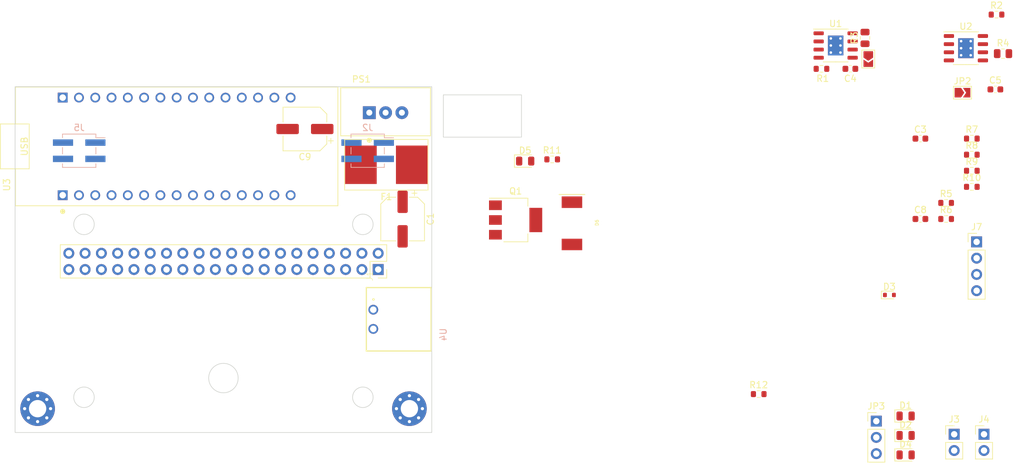
<source format=kicad_pcb>
(kicad_pcb (version 20221018) (generator pcbnew)
  (layers (0 "F.Cu" signal) (31 "B.Cu" signal) (34 "B.Paste" user) (35 "F.Paste" user) (36 "B.SilkS" user "B.Silkscreen") (37 "F.SilkS" user "F.Silkscreen") (38 "B.Mask" user) (39 "F.Mask" user) (44 "Edge.Cuts" user))
  (net 0 "")
  (net 1 "VCC")
  (net 2 "GND")
  (net 3 "+5V")
  (net 4 "Net-(D1-K)")
  (net 5 "Net-(D2-K)")
  (net 6 "/BATT")
  (net 7 "Net-(D4-K)")
  (net 8 "/STM_STATUS")
  (net 9 "Net-(J3-Pin_1)")
  (net 10 "Net-(J3-Pin_2)")
  (net 11 "Net-(J4-Pin_1)")
  (net 12 "Net-(J4-Pin_2)")
  (net 13 "/LEDS")
  (net 14 "/~{RST}")
  (net 15 "/LEDS_RPI")
  (net 16 "/TRIGGER")
  (net 17 "/ECHO")
  (net 18 "Net-(JP1-A)")
  (net 19 "Net-(JP2-A)")
  (net 20 "/LEDS_STM")
  (net 21 "/PROP_LIM")
  (net 22 "/DIR_LIM")
  (net 23 "+3.3V")
  (net 24 "/PROP_IN2")
  (net 25 "/PROP_IN1")
  (net 26 "/DIR_IN2")
  (net 27 "/DIR_IN1")
  (net 64 "Net-(D5-K)")
  (net 65 "/RASPY_STATUS")
  (net 66 "/RX_RASPY")
  (net 67 "/TX_RASPY")
  (net 68 "Net-(J1-Pin_1)")
  (net 69 "Net-(D6-A)")
  (net 70 "/PWR_BTN")
  (net 71 "Net-(J5-Pin_1)")
  (net 72 "Net-(J5-Pin_2)")
  (footprint "ComponentsEvo:DO-214AB" (layer "F.Cu") (at 112.268 46.736 -90)
    (fp_text reference "D6" (at -0.1 -3.9 90) (layer "F.SilkS") (effects (font (size 0.5 0.5) (thickness 0.1))))
    (fp_text value "D" hide)
    (fp_line (start -4.5 -2) (end -4.5 2) (stroke (width 0.15)) (layer "F.SilkS"))
    (pad "1" smd rect (at -3.3 0 270) (size 1.8 3.2) (layers "F.Cu" "F.Paste" "F.Mask") (net 1 "VCC"))
    (pad "2" smd rect (at 3.3 0 270) (size 1.8 3.2) (layers "F.Cu" "F.Paste" "F.Mask") (net 69 "Net-(D6-A)"))
  )
  (footprint "LED_SMD:LED_0805_2012Metric" (layer "F.Cu") (at 164.317 76.82)
    (fp_text reference "D1" (at 0 -1.65) (layer "F.SilkS"))
    (fp_text value "RED")
    (fp_line (start -1.685 -0.96) (end -1.685 0.96) (stroke (width 0.12)) (layer "F.SilkS"))
    (fp_line (start -1.685 0.96) (end 1 0.96) (stroke (width 0.12)) (layer "F.SilkS"))
    (fp_line (start 1 -0.96) (end -1.685 -0.96) (stroke (width 0.12)) (layer "F.SilkS"))
    (pad "1" smd roundrect (at -0.9375 0) (size 0.975 1.4) (layers "F.Cu" "F.Paste" "F.Mask") (net 4 "Net-(D1-K)"))
    (pad "2" smd roundrect (at 0.9375 0) (size 0.975 1.4) (layers "F.Cu" "F.Paste" "F.Mask") (net 1 "VCC"))
  )
  (footprint "Diode_SMD:D_SOD-523" (layer "F.Cu") (at 161.792 57.925)
    (fp_text reference "D3" (at 0 -1.3) (layer "F.SilkS"))
    (fp_text value "3.3V")
    (fp_line (start -1.26 -0.6) (end -1.26 0.6) (stroke (width 0.12)) (layer "F.SilkS"))
    (fp_line (start 0.7 -0.6) (end -1.26 -0.6) (stroke (width 0.12)) (layer "F.SilkS"))
    (fp_line (start 0.7 0.6) (end -1.26 0.6) (stroke (width 0.12)) (layer "F.SilkS"))
    (pad "1" smd roundrect (at -0.7 0 180) (size 0.6 0.7) (layers "F.Cu" "F.Paste" "F.Mask") (net 6 "/BATT"))
    (pad "2" smd roundrect (at 0.7 0 180) (size 0.6 0.7) (layers "F.Cu" "F.Paste" "F.Mask") (net 2 "GND"))
  )
  (footprint "Resistor_SMD:R_0603_1608Metric" (layer "F.Cu") (at 174.647 38.525)
    (fp_text reference "R9" (at 0 -1.43) (layer "F.SilkS"))
    (fp_text value "10k")
    (fp_line (start -0.237258 -0.5225) (end 0.237258 -0.5225) (stroke (width 0.12)) (layer "F.SilkS"))
    (fp_line (start -0.237258 0.5225) (end 0.237258 0.5225) (stroke (width 0.12)) (layer "F.SilkS"))
    (pad "1" smd roundrect (at -0.825 0) (size 0.8 0.95) (layers "F.Cu" "F.Paste" "F.Mask") (net 23 "+3.3V"))
    (pad "2" smd roundrect (at 0.825 0) (size 0.8 0.95) (layers "F.Cu" "F.Paste" "F.Mask") (net 14 "/~{RST}"))
  )
  (footprint "Connector_PinHeader_2.54mm:PinHeader_1x03_P2.54mm_Vertical" (layer "F.Cu") (at 159.747 77.625)
    (fp_text reference "JP3" (at 0 -2.33) (layer "F.SilkS"))
    (fp_text value "Jumper_3_Bridged12")
    (fp_line (start -1.33 -1.33) (end 0 -1.33) (stroke (width 0.12)) (layer "F.SilkS"))
    (fp_line (start -1.33 0) (end -1.33 -1.33) (stroke (width 0.12)) (layer "F.SilkS"))
    (fp_line (start -1.33 1.27) (end -1.33 6.41) (stroke (width 0.12)) (layer "F.SilkS"))
    (fp_line (start -1.33 1.27) (end 1.33 1.27) (stroke (width 0.12)) (layer "F.SilkS"))
    (fp_line (start -1.33 6.41) (end 1.33 6.41) (stroke (width 0.12)) (layer "F.SilkS"))
    (fp_line (start 1.33 1.27) (end 1.33 6.41) (stroke (width 0.12)) (layer "F.SilkS"))
    (pad "1" thru_hole rect (at 0 0) (size 1.7 1.7) (drill 1) (layers "*.Cu" "*.Mask") (net 20 "/LEDS_STM"))
    (pad "2" thru_hole oval (at 0 2.54) (size 1.7 1.7) (drill 1) (layers "*.Cu" "*.Mask") (net 13 "/LEDS"))
    (pad "3" thru_hole oval (at 0 5.08) (size 1.7 1.7) (drill 1) (layers "*.Cu" "*.Mask") (net 15 "/LEDS_RPI"))
  )
  (footprint "Resistor_SMD:R_0603_1608Metric" (layer "F.Cu") (at 141.4 73.402)
    (fp_text reference "R12" (at 0 -1.43) (layer "F.SilkS"))
    (fp_text value "10k")
    (fp_line (start -0.237258 -0.5225) (end 0.237258 -0.5225) (stroke (width 0.12)) (layer "F.SilkS"))
    (fp_line (start -0.237258 0.5225) (end 0.237258 0.5225) (stroke (width 0.12)) (layer "F.SilkS"))
    (pad "1" smd roundrect (at -0.825 0) (size 0.8 0.95) (layers "F.Cu" "F.Paste" "F.Mask") (net 1 "VCC"))
    (pad "2" smd roundrect (at 0.825 0) (size 0.8 0.95) (layers "F.Cu" "F.Paste" "F.Mask") (net 70 "/PWR_BTN"))
  )
  (footprint "Resistor_SMD:R_0805_2012Metric" (layer "F.Cu") (at 157.988 17.78 90)
    (fp_text reference "R3" (at 0 -1.65 90) (layer "F.SilkS"))
    (fp_text value "R")
    (fp_line (start -0.227064 -0.735) (end 0.227064 -0.735) (stroke (width 0.12)) (layer "F.SilkS"))
    (fp_line (start -0.227064 0.735) (end 0.227064 0.735) (stroke (width 0.12)) (layer "F.SilkS"))
    (pad "1" smd roundrect (at -0.9125 0 90) (size 1.025 1.4) (layers "F.Cu" "F.Paste" "F.Mask") (roundrect_rratio 0.243902) (net 18 "Net-(JP1-A)"))
    (pad "2" smd roundrect (at 0.9125 0 90) (size 1.025 1.4) (layers "F.Cu" "F.Paste" "F.Mask") (roundrect_rratio 0.243902) (net 2 "GND"))
  )
  (footprint "Capacitor_SMD:C_0603_1608Metric" (layer "F.Cu") (at 166.627 33.505)
    (fp_text reference "C3" (at 0 -1.43) (layer "F.SilkS"))
    (fp_text value "100nF")
    (fp_line (start -0.14058 -0.51) (end 0.14058 -0.51) (stroke (width 0.12)) (layer "F.SilkS"))
    (fp_line (start -0.14058 0.51) (end 0.14058 0.51) (stroke (width 0.12)) (layer "F.SilkS"))
    (pad "1" smd roundrect (at -0.775 0) (size 0.9 0.95) (layers "F.Cu" "F.Paste" "F.Mask") (net 1 "VCC"))
    (pad "2" smd roundrect (at 0.775 0) (size 0.9 0.95) (layers "F.Cu" "F.Paste" "F.Mask") (net 2 "GND"))
  )
  (footprint "Resistor_SMD:R_0805_2012Metric" (layer "F.Cu") (at 179.515 20.234)
    (fp_text reference "R4" (at 0 -1.65) (layer "F.SilkS"))
    (fp_text value "R")
    (fp_line (start -0.227064 -0.735) (end 0.227064 -0.735) (stroke (width 0.12)) (layer "F.SilkS"))
    (fp_line (start -0.227064 0.735) (end 0.227064 0.735) (stroke (width 0.12)) (layer "F.SilkS"))
    (pad "1" smd roundrect (at -0.9125 0) (size 1.025 1.4) (layers "F.Cu" "F.Paste" "F.Mask") (roundrect_rratio 0.243902) (net 19 "Net-(JP2-A)"))
    (pad "2" smd roundrect (at 0.9125 0) (size 1.025 1.4) (layers "F.Cu" "F.Paste" "F.Mask") (roundrect_rratio 0.243902) (net 2 "GND"))
  )
  (footprint "LED_SMD:LED_0805_2012Metric" (layer "F.Cu") (at 164.317 82.9)
    (fp_text reference "D4" (at 0 -1.65) (layer "F.SilkS"))
    (fp_text value "GREEN")
    (fp_line (start -1.685 -0.96) (end -1.685 0.96) (stroke (width 0.12)) (layer "F.SilkS"))
    (fp_line (start -1.685 0.96) (end 1 0.96) (stroke (width 0.12)) (layer "F.SilkS"))
    (fp_line (start 1 -0.96) (end -1.685 -0.96) (stroke (width 0.12)) (layer "F.SilkS"))
    (pad "1" smd roundrect (at -0.9375 0) (size 0.975 1.4) (layers "F.Cu" "F.Paste" "F.Mask") (net 7 "Net-(D4-K)"))
    (pad "2" smd roundrect (at 0.9375 0) (size 0.975 1.4) (layers "F.Cu" "F.Paste" "F.Mask") (net 8 "/STM_STATUS"))
  )
  (footprint "Resistor_SMD:R_0603_1608Metric" (layer "F.Cu") (at 174.647 33.505)
    (fp_text reference "R7" (at 0 -1.43) (layer "F.SilkS"))
    (fp_text value "1k")
    (fp_line (start -0.237258 -0.5225) (end 0.237258 -0.5225) (stroke (width 0.12)) (layer "F.SilkS"))
    (fp_line (start -0.237258 0.5225) (end 0.237258 0.5225) (stroke (width 0.12)) (layer "F.SilkS"))
    (pad "1" smd roundrect (at -0.825 0) (size 0.8 0.95) (layers "F.Cu" "F.Paste" "F.Mask") (net 1 "VCC"))
    (pad "2" smd roundrect (at 0.825 0) (size 0.8 0.95) (layers "F.Cu" "F.Paste" "F.Mask") (net 6 "/BATT"))
  )
  (footprint "Jumper:SolderJumper-2_P1.3mm_Open_TrianglePad1.0x1.5mm" (layer "F.Cu") (at 173.191 26.33)
    (fp_text reference "JP2" (at 0 -1.8) (layer "F.SilkS"))
    (fp_text value "Jumper_2_Open" hide)
    (fp_line (start -1.4 -1) (end 1.4 -1) (stroke (width 0.12)) (layer "F.SilkS"))
    (fp_line (start -1.4 1) (end -1.4 -1) (stroke (width 0.12)) (layer "F.SilkS"))
    (fp_line (start 1.4 -1) (end 1.4 1) (stroke (width 0.12)) (layer "F.SilkS"))
    (fp_line (start 1.4 1) (end -1.4 1) (stroke (width 0.12)) (layer "F.SilkS"))
    (pad "1" smd custom (at -0.725 0) (size 0.3 0.3) (layers "F.Cu" "F.Mask") (net 19 "Net-(JP2-A)") (options (clearance outline) (anchor rect)) (primitives (gr_poly (pts (xy 1 0) (xy 0.5 0.75) (xy -0.5 0.75) (xy -0.5 -0.75) (xy 0.5 -0.75)) (width 0) (fill yes))))
    (pad "2" smd custom (at 0.725 0) (size 0.3 0.3) (layers "F.Cu" "F.Mask") (net 2 "GND") (options (clearance outline) (anchor rect)) (primitives (gr_poly (pts (xy 0.5 0.75) (xy -0.65 0.75) (xy -0.15 0) (xy -0.65 -0.75) (xy 0.5 -0.75)) (width 0) (fill yes))))
  )
  (footprint "LED_SMD:LED_0805_2012Metric" (layer "F.Cu") (at 164.317 79.86)
    (fp_text reference "D2" (at 0 -1.65) (layer "F.SilkS"))
    (fp_text value "RED")
    (fp_line (start -1.685 -0.96) (end -1.685 0.96) (stroke (width 0.12)) (layer "F.SilkS"))
    (fp_line (start -1.685 0.96) (end 1 0.96) (stroke (width 0.12)) (layer "F.SilkS"))
    (fp_line (start 1 -0.96) (end -1.685 -0.96) (stroke (width 0.12)) (layer "F.SilkS"))
    (pad "1" smd roundrect (at -0.9375 0) (size 0.975 1.4) (layers "F.Cu" "F.Paste" "F.Mask") (net 5 "Net-(D2-K)"))
    (pad "2" smd roundrect (at 0.9375 0) (size 0.975 1.4) (layers "F.Cu" "F.Paste" "F.Mask") (net 3 "+5V"))
  )
  (footprint "Connector_PinHeader_2.54mm:PinHeader_1x02_P2.54mm_Vertical" (layer "F.Cu") (at 176.547 79.675)
    (fp_text reference "J4" (at 0 -2.33) (layer "F.SilkS"))
    (fp_text value "Conn_01x02_Pin")
    (fp_line (start -1.33 -1.33) (end 0 -1.33) (stroke (width 0.12)) (layer "F.SilkS"))
    (fp_line (start -1.33 0) (end -1.33 -1.33) (stroke (width 0.12)) (layer "F.SilkS"))
    (fp_line (start -1.33 1.27) (end -1.33 3.87) (stroke (width 0.12)) (layer "F.SilkS"))
    (fp_line (start -1.33 1.27) (end 1.33 1.27) (stroke (width 0.12)) (layer "F.SilkS"))
    (fp_line (start -1.33 3.87) (end 1.33 3.87) (stroke (width 0.12)) (layer "F.SilkS"))
    (fp_line (start 1.33 1.27) (end 1.33 3.87) (stroke (width 0.12)) (layer "F.SilkS"))
    (pad "1" thru_hole rect (at 0 0) (size 1.7 1.7) (drill 1) (layers "*.Cu" "*.Mask") (net 11 "Net-(J4-Pin_1)"))
    (pad "2" thru_hole oval (at 0 2.54) (size 1.7 1.7) (drill 1) (layers "*.Cu" "*.Mask") (net 12 "Net-(J4-Pin_2)"))
  )
  (footprint "LED_SMD:LED_0805_2012Metric" (layer "F.Cu") (at 104.9735 37.0145)
    (fp_text reference "D5" (at 0 -1.65) (layer "F.SilkS"))
    (fp_text value "GREEN")
    (fp_line (start -1.685 -0.96) (end -1.685 0.96) (stroke (width 0.12)) (layer "F.SilkS"))
    (fp_line (start -1.685 0.96) (end 1 0.96) (stroke (width 0.12)) (layer "F.SilkS"))
    (fp_line (start 1 -0.96) (end -1.685 -0.96) (stroke (width 0.12)) (layer "F.SilkS"))
    (pad "1" smd roundrect (at -0.9375 0) (size 0.975 1.4) (layers "F.Cu" "F.Paste" "F.Mask") (net 64 "Net-(D5-K)"))
    (pad "2" smd roundrect (at 0.9375 0) (size 0.975 1.4) (layers "F.Cu" "F.Paste" "F.Mask") (net 65 "/RASPY_STATUS"))
  )
  (footprint "Connector_PinHeader_2.54mm:PinHeader_1x02_P2.54mm_Vertical" (layer "F.Cu") (at 171.897 79.675)
    (fp_text reference "J3" (at 0 -2.33) (layer "F.SilkS"))
    (fp_text value "Conn_01x02_Pin")
    (fp_line (start -1.33 -1.33) (end 0 -1.33) (stroke (width 0.12)) (layer "F.SilkS"))
    (fp_line (start -1.33 0) (end -1.33 -1.33) (stroke (width 0.12)) (layer "F.SilkS"))
    (fp_line (start -1.33 1.27) (end -1.33 3.87) (stroke (width 0.12)) (layer "F.SilkS"))
    (fp_line (start -1.33 1.27) (end 1.33 1.27) (stroke (width 0.12)) (layer "F.SilkS"))
    (fp_line (start -1.33 3.87) (end 1.33 3.87) (stroke (width 0.12)) (layer "F.SilkS"))
    (fp_line (start 1.33 1.27) (end 1.33 3.87) (stroke (width 0.12)) (layer "F.SilkS"))
    (pad "1" thru_hole rect (at 0 0) (size 1.7 1.7) (drill 1) (layers "*.Cu" "*.Mask") (net 9 "Net-(J3-Pin_1)"))
    (pad "2" thru_hole oval (at 0 2.54) (size 1.7 1.7) (drill 1) (layers "*.Cu" "*.Mask") (net 10 "Net-(J3-Pin_2)"))
  )
  (footprint "Resistor_SMD:R_0603_1608Metric" (layer "F.Cu") (at 178.499 14.138)
    (fp_text reference "R2" (at 0 -1.43) (layer "F.SilkS"))
    (fp_text value "10k")
    (fp_line (start -0.237258 -0.5225) (end 0.237258 -0.5225) (stroke (width 0.12)) (layer "F.SilkS"))
    (fp_line (start -0.237258 0.5225) (end 0.237258 0.5225) (stroke (width 0.12)) (layer "F.SilkS"))
    (pad "1" smd roundrect (at -0.825 0) (size 0.8 0.95) (layers "F.Cu" "F.Paste" "F.Mask") (net 3 "+5V"))
    (pad "2" smd roundrect (at 0.825 0) (size 0.8 0.95) (layers "F.Cu" "F.Paste" "F.Mask") (net 22 "/DIR_LIM"))
  )
  (footprint "ComponentsEvo:MODULE_NUCLEO-F303K8" (layer "F.Cu") (at 50.605777 34.721158 90)
    (fp_text reference "U3" (at -6 -26.5 90) (layer "F.SilkS"))
    (fp_text value "NUCLEO-F303K8")
    (fp_text user "USB" (at 0 -23.75 90) (layer "F.SilkS"))
    (fp_line (start -9.27 -25.145) (end -3.5 -25.145) (stroke (width 0.127)) (layer "F.SilkS"))
    (fp_line (start -9.27 25.145) (end -9.27 -25.145) (stroke (width 0.127)) (layer "F.SilkS"))
    (fp_line (start -3.5 -27.5) (end 3.5 -27.5) (stroke (width 0.12)) (layer "F.SilkS"))
    (fp_line (start -3.5 -25.145) (end -3.5 -27.5) (stroke (width 0.12)) (layer "F.SilkS"))
    (fp_line (start -3.5 -25.145) (end -3.5 -23) (stroke (width 0.12)) (layer "F.SilkS"))
    (fp_line (start -3.5 -23) (end 3.5 -23) (stroke (width 0.12)) (layer "F.SilkS"))
    (fp_line (start 3.5 -27.5) (end 3.5 -25.145) (stroke (width 0.12)) (layer "F.SilkS"))
    (fp_line (start 3.5 -25.145) (end 9.27 -25.145) (stroke (width 0.12)) (layer "F.SilkS"))
    (fp_line (start 3.5 -23) (end 3.5 -25.145) (stroke (width 0.12)) (layer "F.SilkS"))
    (fp_line (start 9.27 -25.145) (end 9.27 25.145) (stroke (width 0.127)) (layer "F.SilkS"))
    (fp_line (start 9.27 25.145) (end -9.27 25.145) (stroke (width 0.127)) (layer "F.SilkS"))
    (fp_circle (center -10.16 -17.78) (end -9.96 -17.78) (stroke (width 0.4)) (fill none) (layer "F.SilkS"))
    (pad "1.1" thru_hole rect (at -7.62 -17.78 90) (size 1.53 1.53) (drill 1.02) (layers "*.Cu" "*.Mask") (net 66 "/RX_RASPY"))
    (pad "1.2" thru_hole circle (at -7.62 -15.24 90) (size 1.53 1.53) (drill 1.02) (layers "*.Cu" "*.Mask") (net 67 "/TX_RASPY"))
    (pad "1.3" thru_hole circle (at -7.62 -12.7 90) (size 1.53 1.53) (drill 1.02) (layers "*.Cu" "*.Mask"))
    (pad "1.4" thru_hole circle (at -7.62 -10.16 90) (size 1.53 1.53) (drill 1.02) (layers "*.Cu" "*.Mask") (net 2 "GND"))
    (pad "1.5" thru_hole circle (at -7.62 -7.62 90) (size 1.53 1.53) (drill 1.02) (layers "*.Cu" "*.Mask"))
    (pad "1.6" thru_hole circle (at -7.62 -5.08 90) (size 1.53 1.53) (drill 1.02) (layers "*.Cu" "*.Mask"))
    (pad "1.7" thru_hole circle (at -7.62 -2.54 90) (size 1.53 1.53) (drill 1.02) (layers "*.Cu" "*.Mask") (net 16 "/TRIGGER"))
    (pad "1.8" thru_hole circle (at -7.62 0 90) (size 1.53 1.53) (drill 1.02) (layers "*.Cu" "*.Mask") (net 17 "/ECHO"))
    (pad "1.9" thru_hole circle (at -7.62 2.54 90) (size 1.53 1.53) (drill 1.02) (layers "*.Cu" "*.Mask"))
    (pad "1.10" thru_hole circle (at -7.62 5.08 90) (size 1.53 1.53) (drill 1.02) (layers "*.Cu" "*.Mask"))
    (pad "1.11" thru_hole circle (at -7.62 7.62 90) (size 1.53 1.53) (drill 1.02) (layers "*.Cu" "*.Mask"))
    (pad "1.12" thru_hole circle (at -7.62 10.16 90) (size 1.53 1.53) (drill 1.02) (layers "*.Cu" "*.Mask") (net 27 "/DIR_IN1"))
    (pad "1.13" thru_hole circle (at -7.62 12.7 90) (size 1.53 1.53) (drill 1.02) (layers "*.Cu" "*.Mask") (net 26 "/DIR_IN2"))
    (pad "1.14" thru_hole circle (at -7.62 15.24 90) (size 1.53 1.53) (drill 1.02) (layers "*.Cu" "*.Mask") (net 24 "/PROP_IN2"))
    (pad "1.15" thru_hole circle (at -7.62 17.78 90) (size 1.53 1.53) (drill 1.02) (layers "*.Cu" "*.Mask") (net 25 "/PROP_IN1"))
    (pad "2.1" thru_hole rect (at 7.62 -17.78 90) (size 1.53 1.53) (drill 1.02) (layers "*.Cu" "*.Mask") (net 3 "+5V"))
    (pad "2.2" thru_hole circle (at 7.62 -15.24 90) (size 1.53 1.53) (drill 1.02) (layers "*.Cu" "*.Mask") (net 2 "GND"))
    (pad "2.3" thru_hole circle (at 7.62 -12.7 90) (size 1.53 1.53) (drill 1.02) (layers "*.Cu" "*.Mask") (net 14 "/~{RST}"))
    (pad "2.4" thru_hole circle (at 7.62 -10.16 90) (size 1.53 1.53) (drill 1.02) (layers "*.Cu" "*.Mask"))
    (pad "2.5" thru_hole circle (at 7.62 -7.62 90) (size 1.53 1.53) (drill 1.02) (layers "*.Cu" "*.Mask"))
    (pad "2.6" thru_hole circle (at 7.62 -5.08 90) (size 1.53 1.53) (drill 1.02) (layers "*.Cu" "*.Mask"))
    (pad "2.7" thru_hole circle (at 7.62 -2.54 90) (size 1.53 1.53) (drill 1.02) (layers "*.Cu" "*.Mask"))
    (pad "2.8" thru_hole circle (at 7.62 0 90) (size 1.53 1.53) (drill 1.02) (layers "*.Cu" "*.Mask") (net 22 "/DIR_LIM"))
    (pad "2.9" thru_hole circle (at 7.62 2.54 90) (size 1.53 1.53) (drill 1.02) (layers "*.Cu" "*.Mask") (net 21 "/PROP_LIM"))
    (pad "2.10" thru_hole circle (at 7.62 5.08 90) (size 1.53 1.53) (drill 1.02) (layers "*.Cu" "*.Mask") (net 20 "/LEDS_STM"))
    (pad "2.11" thru_hole circle (at 7.62 7.62 90) (size 1.53 1.53) (drill 1.02) (layers "*.Cu" "*.Mask"))
    (pad "2.12" thru_hole circle (at 7.62 10.16 90) (size 1.53 1.53) (drill 1.02) (layers "*.Cu" "*.Mask") (net 6 "/BATT"))
    (pad "2.13" thru_hole circle (at 7.62 12.7 90) (size 1.53 1.53) (drill 1.02) (layers "*.Cu" "*.Mask"))
    (pad "2.14" thru_hole circle (at 7.62 15.24 90) (size 1.53 1.53) (drill 1.02) (layers "*.Cu" "*.Mask") (net 23 "+3.3V"))
    (pad "2.15" thru_hole circle (at 7.62 17.78 90) (size 1.53 1.53) (drill 1.02) (layers "*.Cu" "*.Mask") (net 8 "/STM_STATUS"))
  )
  (footprint "Capacitor_SMD:C_0603_1608Metric" (layer "F.Cu") (at 155.702 22.606 180)
    (fp_text reference "C4" (at 0 -1.524) (layer "F.SilkS"))
    (fp_text value "100nF")
    (fp_line (start -0.14058 -0.51) (end 0.14058 -0.51) (stroke (width 0.12)) (layer "F.SilkS"))
    (fp_line (start -0.14058 0.51) (end 0.14058 0.51) (stroke (width 0.12)) (layer "F.SilkS"))
    (pad "1" smd roundrect (at -0.775 0 180) (size 0.9 0.95) (layers "F.Cu" "F.Paste" "F.Mask") (net 1 "VCC"))
    (pad "2" smd roundrect (at 0.775 0 180) (size 0.9 0.95) (layers "F.Cu" "F.Paste" "F.Mask") (net 2 "GND"))
  )
  (footprint "ComponentsEvo:TSR_2-2450" (layer "F.Cu") (at 83.196425 29.313515)
    (fp_text reference "PS1" (at -3.775 -5.085) (layer "F.SilkS"))
    (fp_text value "TSR_2-2450")
    (fp_line (start -7 -3.75) (end 7 -3.75) (stroke (width 0.127)) (layer "F.SilkS"))
    (fp_line (start -7 3.75) (end -7 -3.75) (stroke (width 0.127)) (layer "F.SilkS"))
    (fp_line (start 7 3.75) (end -7 3.75) (stroke (width 0.127)) (layer "F.SilkS"))
    (fp_line (start 7 3.75) (end 7 -3.75) (stroke (width 0.127)) (layer "F.SilkS"))
    (fp_circle (center -2.54 4.45) (end -2.34 4.45) (stroke (width 0.4)) (fill none) (layer "F.SilkS"))
    (pad "1" thru_hole rect (at -2.54 0.14) (size 2 2) (drill 0.94) (layers "*.Cu" "*.Mask") (net 1 "VCC"))
    (pad "2" thru_hole circle (at 0 0.14) (size 2 2) (drill 0.94) (layers "*.Cu" "*.Mask") (net 2 "GND"))
    (pad "3" thru_hole circle (at 2.54 0.14) (size 2 2) (drill 0.94) (layers "*.Cu" "*.Mask") (net 3 "+5V"))
  )
  (footprint "Capacitor_SMD:CP_Elec_6.3x7.7" (layer "F.Cu") (at 85.852 46.068 -90)
    (fp_text reference "C1" (at 0 -4.35 90) (layer "F.SilkS"))
    (fp_text value "100uF")
    (fp_line (start -4.4375 -1.8475) (end -3.65 -1.8475) (stroke (width 0.12)) (layer "F.SilkS"))
    (fp_line (start -4.04375 -2.24125) (end -4.04375 -1.45375) (stroke (width 0.12)) (layer "F.SilkS"))
    (fp_line (start -3.41 -2.345563) (end -3.41 -1.06) (stroke (width 0.12)) (layer "F.SilkS"))
    (fp_line (start -3.41 -2.345563) (end -2.345563 -3.41) (stroke (width 0.12)) (layer "F.SilkS"))
    (fp_line (start -3.41 2.345563) (end -3.41 1.06) (stroke (width 0.12)) (layer "F.SilkS"))
    (fp_line (start -3.41 2.345563) (end -2.345563 3.41) (stroke (width 0.12)) (layer "F.SilkS"))
    (fp_line (start -2.345563 -3.41) (end 3.41 -3.41) (stroke (width 0.12)) (layer "F.SilkS"))
    (fp_line (start -2.345563 3.41) (end 3.41 3.41) (stroke (width 0.12)) (layer "F.SilkS"))
    (fp_line (start 3.41 -3.41) (end 3.41 -1.06) (stroke (width 0.12)) (layer "F.SilkS"))
    (fp_line (start 3.41 3.41) (end 3.41 1.06) (stroke (width 0.12)) (layer "F.SilkS"))
    (pad "1" smd roundrect (at -2.7 0 270) (size 3.5 1.6) (layers "F.Cu" "F.Paste" "F.Mask") (roundrect_rratio 0.15625) (net 1 "VCC"))
    (pad "2" smd roundrect (at 2.7 0 270) (size 3.5 1.6) (layers "F.Cu" "F.Paste" "F.Mask") (roundrect_rratio 0.15625) (net 2 "GND"))
  )
  (footprint "ComponentsEvo:HSOP-8-1EP_3.9x4.9mm_P1.27mm_EP2.41x3.1mm_ThermalVias" (layer "F.Cu") (at 173.724 19.388)
    (fp_text reference "U2" (at 0 -3.4) (layer "F.SilkS"))
    (fp_text value "TB67H451FNG" hide)
    (fp_line (start 0 -2.56) (end -3.45 -2.56) (stroke (width 0.12)) (layer "F.SilkS"))
    (fp_line (start 0 -2.56) (end 1.95 -2.56) (stroke (width 0.12)) (layer "F.SilkS"))
    (fp_line (start 0 2.56) (end -1.95 2.56) (stroke (width 0.12)) (layer "F.SilkS"))
    (fp_line (start 0 2.56) (end 1.95 2.56) (stroke (width 0.12)) (layer "F.SilkS"))
    (pad "1" smd roundrect (at -2.65 -1.905) (size 1.6 0.6) (layers "F.Cu" "F.Paste" "F.Mask") (net 2 "GND"))
    (pad "2" smd roundrect (at -2.65 -0.635) (size 1.6 0.6) (layers "F.Cu" "F.Paste" "F.Mask") (net 26 "/DIR_IN2"))
    (pad "3" smd roundrect (at -2.65 0.635) (size 1.6 0.6) (layers "F.Cu" "F.Paste" "F.Mask") (net 27 "/DIR_IN1"))
    (pad "4" smd roundrect (at -2.65 1.905) (size 1.6 0.6) (layers "F.Cu" "F.Paste" "F.Mask") (net 22 "/DIR_LIM"))
    (pad "5" smd roundrect (at 2.65 1.905) (size 1.6 0.6) (layers "F.Cu" "F.Paste" "F.Mask") (net 1 "VCC"))
    (pad "6" smd roundrect (at 2.65 0.635) (size 1.6 0.6) (layers "F.Cu" "F.Paste" "F.Mask") (net 11 "Net-(J4-Pin_1)"))
    (pad "7" smd roundrect (at 2.65 -0.635) (size 1.6 0.6) (layers "F.Cu" "F.Paste" "F.Mask") (net 19 "Net-(JP2-A)"))
    (pad "8" smd roundrect (at 2.65 -1.905) (size 1.6 0.6) (layers "F.Cu" "F.Paste" "F.Mask") (net 12 "Net-(J4-Pin_2)"))
    (pad "9" thru_hole circle (at -0.75 -1.1) (size 0.8 0.8) (drill 0.4) (layers "*.Cu"))
    (pad "9" thru_hole circle (at -0.75 0) (size 0.8 0.8) (drill 0.4) (layers "*.Cu"))
    (pad "9" thru_hole circle (at -0.75 1.1) (size 0.8 0.8) (drill 0.4) (layers "*.Cu"))
    (pad "9" smd rect (at 0 0) (size 2.41 3.1) (layers "F.Cu" "F.Mask"))
    (pad "9" smd rect (at 0 0) (size 2.41 3.1) (layers "B.Cu"))
    (pad "9" thru_hole circle (at 0.75 -1.1) (size 0.8 0.8) (drill 0.4) (layers "*.Cu"))
    (pad "9" thru_hole circle (at 0.75 0) (size 0.8 0.8) (drill 0.4) (layers "*.Cu"))
    (pad "9" thru_hole circle (at 0.75 1.1) (size 0.8 0.8) (drill 0.4) (layers "*.Cu"))
  )
  (footprint "Resistor_SMD:R_0603_1608Metric" (layer "F.Cu") (at 151.193 22.606 180)
    (fp_text reference "R1" (at -0.191 -1.524) (layer "F.SilkS"))
    (fp_text value "10k")
    (fp_line (start -0.237258 -0.5225) (end 0.237258 -0.5225) (stroke (width 0.12)) (layer "F.SilkS"))
    (fp_line (start -0.237258 0.5225) (end 0.237258 0.5225) (stroke (width 0.12)) (layer "F.SilkS"))
    (pad "1" smd roundrect (at -0.825 0 180) (size 0.8 0.95) (layers "F.Cu" "F.Paste" "F.Mask") (net 3 "+5V"))
    (pad "2" smd roundrect (at 0.825 0 180) (size 0.8 0.95) (layers "F.Cu" "F.Paste" "F.Mask") (net 21 "/PROP_LIM"))
  )
  (footprint "Jumper:SolderJumper-2_P1.3mm_Open_TrianglePad1.0x1.5mm" (layer "F.Cu") (at 158.496 21.082 -90)
    (fp_text reference "JP1" hide)
    (fp_text value "Jumper_2_Open" hide)
    (fp_line (start -1.4 -1) (end 1.4 -1) (stroke (width 0.12)) (layer "F.SilkS"))
    (fp_line (start -1.4 1) (end -1.4 -1) (stroke (width 0.12)) (layer "F.SilkS"))
    (fp_line (start 1.4 -1) (end 1.4 1) (stroke (width 0.12)) (layer "F.SilkS"))
    (fp_line (start 1.4 1) (end -1.4 1) (stroke (width 0.12)) (layer "F.SilkS"))
    (pad "1" smd custom (at -0.725 0 270) (size 0.3 0.3) (layers "F.Cu" "F.Mask") (net 18 "Net-(JP1-A)") (options (clearance outline) (anchor rect)) (primitives (gr_poly (pts (xy 1 0) (xy 0.5 0.75) (xy -0.5 0.75) (xy -0.5 -0.75) (xy 0.5 -0.75)) (width 0) (fill yes))))
    (pad "2" smd custom (at 0.725 0 270) (size 0.3 0.3) (layers "F.Cu" "F.Mask") (net 2 "GND") (options (clearance outline) (anchor rect)) (primitives (gr_poly (pts (xy 0.5 0.75) (xy -0.65 0.75) (xy -0.15 0) (xy -0.65 -0.75) (xy 0.5 -0.75)) (width 0) (fill yes))))
  )
  (footprint "Resistor_SMD:R_0603_1608Metric" (layer "F.Cu") (at 174.647 36.015)
    (fp_text reference "R8" (at 0 -1.43) (layer "F.SilkS"))
    (fp_text value "510")
    (fp_line (start -0.237258 -0.5225) (end 0.237258 -0.5225) (stroke (width 0.12)) (layer "F.SilkS"))
    (fp_line (start -0.237258 0.5225) (end 0.237258 0.5225) (stroke (width 0.12)) (layer "F.SilkS"))
    (pad "1" smd roundrect (at -0.825 0) (size 0.8 0.95) (layers "F.Cu" "F.Paste" "F.Mask") (net 6 "/BATT"))
    (pad "2" smd roundrect (at 0.825 0) (size 0.8 0.95) (layers "F.Cu" "F.Paste" "F.Mask") (net 2 "GND"))
  )
  (footprint "ConnectorsEvo:66200211022" (layer "F.Cu") (at 85.248 61.722 90)
    (fp_text reference "J1" (at 5.88 -3.975 90) (layer "F.SilkS") (effects (font (size 0.93472 0.93472) (thickness 0.08128)) (justify left bottom)))
    (fp_text value "EXT")
    (fp_line (start -4.95 -5.05) (end 4.95 -5.05) (stroke (width 0.2)) (layer "F.SilkS"))
    (fp_line (start -4.95 5.05) (end -4.95 -5.05) (stroke (width 0.2)) (layer "F.SilkS"))
    (fp_line (start 4.95 -5.05) (end 4.95 5.05) (stroke (width 0.2)) (layer "F.SilkS"))
    (fp_line (start 4.95 5.05) (end -4.95 5.05) (stroke (width 0.2)) (layer "F.SilkS"))
    (fp_circle (center 3.1 -3.95) (end 3.2 -3.95) (stroke (width 0.2)) (fill none) (layer "F.SilkS"))
    (pad "" np_thru_hole circle (at 0 0.35 90) (size 3 3) (drill 3) (layers "*.Cu" "*.Mask"))
    (pad "1" thru_hole circle (at 1.5 -3.97 90) (size 1.53 1.53) (drill 1.02) (layers "*.Cu" "*.Mask") (net 68 "Net-(J1-Pin_1)"))
    (pad "2" thru_hole circle (at -1.5 -3.97 90) (size 1.53 1.53) (drill 1.02) (layers "*.Cu" "*.Mask") (net 69 "Net-(D6-A)"))
  )
  (footprint "Capacitor_SMD:C_0603_1608Metric" (layer "F.Cu") (at 166.627 46.055)
    (fp_text reference "C8" (at 0 -1.43) (layer "F.SilkS"))
    (fp_text value "100nF")
    (fp_line (start -0.14058 -0.51) (end 0.14058 -0.51) (stroke (width 0.12)) (layer "F.SilkS"))
    (fp_line (start -0.14058 0.51) (end 0.14058 0.51) (stroke (width 0.12)) (layer "F.SilkS"))
    (pad "1" smd roundrect (at -0.775 0) (size 0.9 0.95) (layers "F.Cu" "F.Paste" "F.Mask") (net 3 "+5V"))
    (pad "2" smd roundrect (at 0.775 0) (size 0.9 0.95) (layers "F.Cu" "F.Paste" "F.Mask") (net 2 "GND"))
  )
  (footprint "Resistor_SMD:R_0603_1608Metric" (layer "F.Cu") (at 109.1835 36.7495)
    (fp_text reference "R11" (at 0 -1.43) (layer "F.SilkS"))
    (fp_text value "510")
    (fp_line (start -0.237258 -0.5225) (end 0.237258 -0.5225) (stroke (width 0.12)) (layer "F.SilkS"))
    (fp_line (start -0.237258 0.5225) (end 0.237258 0.5225) (stroke (width 0.12)) (layer "F.SilkS"))
    (pad "1" smd roundrect (at -0.825 0) (size 0.8 0.95) (layers "F.Cu" "F.Paste" "F.Mask") (net 64 "Net-(D5-K)"))
    (pad "2" smd roundrect (at 0.825 0) (size 0.8 0.95) (layers "F.Cu" "F.Paste" "F.Mask") (net 2 "GND"))
  )
  (footprint "Connector_PinHeader_2.54mm:PinHeader_1x04_P2.54mm_Vertical" (layer "F.Cu") (at 175.397 49.635)
    (fp_text reference "J7" (at 0 -2.33) (layer "F.SilkS"))
    (fp_text value "Sonar")
    (fp_line (start -1.33 -1.33) (end 0 -1.33) (stroke (width 0.12)) (layer "F.SilkS"))
    (fp_line (start -1.33 0) (end -1.33 -1.33) (stroke (width 0.12)) (layer "F.SilkS"))
    (fp_line (start -1.33 1.27) (end -1.33 8.95) (stroke (width 0.12)) (layer "F.SilkS"))
    (fp_line (start -1.33 1.27) (end 1.33 1.27) (stroke (width 0.12)) (layer "F.SilkS"))
    (fp_line (start -1.33 8.95) (end 1.33 8.95) (stroke (width 0.12)) (layer "F.SilkS"))
    (fp_line (start 1.33 1.27) (end 1.33 8.95) (stroke (width 0.12)) (layer "F.SilkS"))
    (pad "1" thru_hole rect (at 0 0) (size 1.7 1.7) (drill 1) (layers "*.Cu" "*.Mask") (net 3 "+5V"))
    (pad "2" thru_hole oval (at 0 2.54) (size 1.7 1.7) (drill 1) (layers "*.Cu" "*.Mask") (net 16 "/TRIGGER"))
    (pad "3" thru_hole oval (at 0 5.08) (size 1.7 1.7) (drill 1) (layers "*.Cu" "*.Mask") (net 17 "/ECHO"))
    (pad "4" thru_hole oval (at 0 7.62) (size 1.7 1.7) (drill 1) (layers "*.Cu" "*.Mask") (net 2 "GND"))
  )
  (footprint "Capacitor_SMD:CP_Elec_6.3x7.7" (layer "F.Cu") (at 70.612 32.004 180)
    (fp_text reference "C9" (at 0 -4.35) (layer "F.SilkS"))
    (fp_text value "100uF")
    (fp_line (start -4.4375 -1.8475) (end -3.65 -1.8475) (stroke (width 0.12)) (layer "F.SilkS"))
    (fp_line (start -4.04375 -2.24125) (end -4.04375 -1.45375) (stroke (width 0.12)) (layer "F.SilkS"))
    (fp_line (start -3.41 -2.345563) (end -3.41 -1.06) (stroke (width 0.12)) (layer "F.SilkS"))
    (fp_line (start -3.41 -2.345563) (end -2.345563 -3.41) (stroke (width 0.12)) (layer "F.SilkS"))
    (fp_line (start -3.41 2.345563) (end -3.41 1.06) (stroke (width 0.12)) (layer "F.SilkS"))
    (fp_line (start -3.41 2.345563) (end -2.345563 3.41) (stroke (width 0.12)) (layer "F.SilkS"))
    (fp_line (start -2.345563 -3.41) (end 3.41 -3.41) (stroke (width 0.12)) (layer "F.SilkS"))
    (fp_line (start -2.345563 3.41) (end 3.41 3.41) (stroke (width 0.12)) (layer "F.SilkS"))
    (fp_line (start 3.41 -3.41) (end 3.41 -1.06) (stroke (width 0.12)) (layer "F.SilkS"))
    (fp_line (start 3.41 3.41) (end 3.41 1.06) (stroke (width 0.12)) (layer "F.SilkS"))
    (pad "1" smd roundrect (at -2.7 0 180) (size 3.5 1.6) (layers "F.Cu" "F.Paste" "F.Mask") (roundrect_rratio 0.15625) (net 3 "+5V"))
    (pad "2" smd roundrect (at 2.7 0 180) (size 3.5 1.6) (layers "F.Cu" "F.Paste" "F.Mask") (roundrect_rratio 0.15625) (net 2 "GND"))
  )
  (footprint "Resistor_SMD:R_0603_1608Metric" (layer "F.Cu") (at 170.637 43.545)
    (fp_text reference "R5" (at 0 -1.43) (layer "F.SilkS"))
    (fp_text value "5k")
    (fp_line (start -0.237258 -0.5225) (end 0.237258 -0.5225) (stroke (width 0.12)) (layer "F.SilkS"))
    (fp_line (start -0.237258 0.5225) (end 0.237258 0.5225) (stroke (width 0.12)) (layer "F.SilkS"))
    (pad "1" smd roundrect (at -0.825 0) (size 0.8 0.95) (layers "F.Cu" "F.Paste" "F.Mask") (net 4 "Net-(D1-K)"))
    (pad "2" smd roundrect (at 0.825 0) (size 0.8 0.95) (layers "F.Cu" "F.Paste" "F.Mask") (net 2 "GND"))
  )
  (footprint "ComponentsEvo:HSOP-8-1EP_3.9x4.9mm_P1.27mm_EP2.41x3.1mm_ThermalVias" (layer "F.Cu") (at 153.404 18.966)
    (fp_text reference "U1" (at 0 -3.4) (layer "F.SilkS"))
    (fp_text value "TB67H451FNG" hide)
    (fp_line (start 0 -2.56) (end -3.45 -2.56) (stroke (width 0.12)) (layer "F.SilkS"))
    (fp_line (start 0 -2.56) (end 1.95 -2.56) (stroke (width 0.12)) (layer "F.SilkS"))
    (fp_line (start 0 2.56) (end -1.95 2.56) (stroke (width 0.12)) (layer "F.SilkS"))
    (fp_line (start 0 2.56) (end 1.95 2.56) (stroke (width 0.12)) (layer "F.SilkS"))
    (pad "1" smd roundrect (at -2.65 -1.905) (size 1.6 0.6) (layers "F.Cu" "F.Paste" "F.Mask") (net 2 "GND"))
    (pad "2" smd roundrect (at -2.65 -0.635) (size 1.6 0.6) (layers "F.Cu" "F.Paste" "F.Mask") (net 24 "/PROP_IN2"))
    (pad "3" smd roundrect (at -2.65 0.635) (size 1.6 0.6) (layers "F.Cu" "F.Paste" "F.Mask") (net 25 "/PROP_IN1"))
    (pad "4" smd roundrect (at -2.65 1.905) (size 1.6 0.6) (layers "F.Cu" "F.Paste" "F.Mask") (net 21 "/PROP_LIM"))
    (pad "5" smd roundrect (at 2.65 1.905) (size 1.6 0.6) (layers "F.Cu" "F.Paste" "F.Mask") (net 1 "VCC"))
    (pad "6" smd roundrect (at 2.65 0.635) (size 1.6 0.6) (layers "F.Cu" "F.Paste" "F.Mask") (net 9 "Net-(J3-Pin_1)"))
    (pad "7" smd roundrect (at 2.65 -0.635) (size 1.6 0.6) (layers "F.Cu" "F.Paste" "F.Mask") (net 18 "Net-(JP1-A)"))
    (pad "8" smd roundrect (at 2.65 -1.905) (size 1.6 0.6) (layers "F.Cu" "F.Paste" "F.Mask") (net 10 "Net-(J3-Pin_2)"))
    (pad "9" thru_hole circle (at -0.75 -1.1) (size 0.8 0.8) (drill 0.4) (layers "*.Cu"))
    (pad "9" thru_hole circle (at -0.75 0) (size 0.8 0.8) (drill 0.4) (layers "*.Cu"))
    (pad "9" thru_hole circle (at -0.75 1.1) (size 0.8 0.8) (drill 0.4) (layers "*.Cu"))
    (pad "9" smd rect (at 0 0) (size 2.41 3.1) (layers "F.Cu" "F.Mask"))
    (pad "9" smd rect (at 0 0) (size 2.41 3.1) (layers "B.Cu"))
    (pad "9" thru_hole circle (at 0.75 -1.1) (size 0.8 0.8) (drill 0.4) (layers "*.Cu"))
    (pad "9" thru_hole circle (at 0.75 0) (size 0.8 0.8) (drill 0.4) (layers "*.Cu"))
    (pad "9" thru_hole circle (at 0.75 1.1) (size 0.8 0.8) (drill 0.4) (layers "*.Cu"))
  )
  (footprint "Resistor_SMD:R_0603_1608Metric" (layer "F.Cu") (at 174.647 41.035)
    (fp_text reference "R10" (at 0 -1.43) (layer "F.SilkS"))
    (fp_text value "510")
    (fp_line (start -0.237258 -0.5225) (end 0.237258 -0.5225) (stroke (width 0.12)) (layer "F.SilkS"))
    (fp_line (start -0.237258 0.5225) (end 0.237258 0.5225) (stroke (width 0.12)) (layer "F.SilkS"))
    (pad "1" smd roundrect (at -0.825 0) (size 0.8 0.95) (layers "F.Cu" "F.Paste" "F.Mask") (net 7 "Net-(D4-K)"))
    (pad "2" smd roundrect (at 0.825 0) (size 0.8 0.95) (layers "F.Cu" "F.Paste" "F.Mask") (net 2 "GND"))
  )
  (footprint "Capacitor_SMD:C_0603_1608Metric" (layer "F.Cu") (at 178.321 25.822)
    (fp_text reference "C5" (at 0 -1.43) (layer "F.SilkS"))
    (fp_text value "4.7uF")
    (fp_line (start -0.14058 -0.51) (end 0.14058 -0.51) (stroke (width 0.12)) (layer "F.SilkS"))
    (fp_line (start -0.14058 0.51) (end 0.14058 0.51) (stroke (width 0.12)) (layer "F.SilkS"))
    (pad "1" smd roundrect (at -0.775 0) (size 0.9 0.95) (layers "F.Cu" "F.Paste" "F.Mask") (net 3 "+5V"))
    (pad "2" smd roundrect (at 0.775 0) (size 0.9 0.95) (layers "F.Cu" "F.Paste" "F.Mask") (net 2 "GND"))
  )
  (footprint "ComponentsEvo:0031.7701.11" (layer "F.Cu") (at 83.312 37.592 180)
    (fp_text reference "F1" (at 0 -5) (layer "F.SilkS"))
    (fp_text value "Fuse")
    (fp_line (start -6.5 -3.95) (end 6.5 -3.95) (stroke (width 0.12)) (layer "F.SilkS"))
    (fp_line (start -6.5 3.95) (end -6.5 -3.95) (stroke (width 0.12)) (layer "F.SilkS"))
    (fp_line (start 6.5 -3.95) (end 6.5 3.95) (stroke (width 0.12)) (layer "F.SilkS"))
    (fp_line (start 6.5 3.95) (end -6.5 3.95) (stroke (width 0.12)) (layer "F.SilkS"))
    (pad "1" smd rect (at -4 0 180) (size 5 6) (layers "F.Cu" "F.Paste" "F.Mask") (net 68 "Net-(J1-Pin_1)"))
    (pad "2" smd rect (at 4 0 180) (size 5 6) (layers "F.Cu" "F.Paste" "F.Mask") (net 1 "VCC"))
  )
  (footprint "Package_TO_SOT_SMD:SOT-223" (layer "F.Cu") (at 103.48 46.214)
    (fp_text reference "Q1" (at 0 -4.5 -360) (layer "F.SilkS"))
    (fp_text value "Q_NMOS_GSD")
    (fp_line (start -4.1 -3.41) (end 1.91 -3.41) (stroke (width 0.12)) (layer "F.SilkS"))
    (fp_line (start -1.85 3.41) (end 1.91 3.41) (stroke (width 0.12)) (layer "F.SilkS"))
    (fp_line (start 1.91 -3.41) (end 1.91 -2.15) (stroke (width 0.12)) (layer "F.SilkS"))
    (fp_line (start 1.91 3.41) (end 1.91 2.15) (stroke (width 0.12)) (layer "F.SilkS"))
    (pad "1" smd rect (at -3.15 -2.3) (size 2 1.5) (layers "F.Cu" "F.Paste" "F.Mask") (net 70 "/PWR_BTN"))
    (pad "2" smd rect (at -3.15 0) (size 2 1.5) (layers "F.Cu" "F.Paste" "F.Mask") (net 2 "GND"))
    (pad "3" smd rect (at -3.15 2.3) (size 2 1.5) (layers "F.Cu" "F.Paste" "F.Mask") (net 69 "Net-(D6-A)"))
    (pad "4" smd rect (at 3.15 0) (size 2 3.8) (layers "F.Cu" "F.Paste" "F.Mask"))
  )
  (footprint "Resistor_SMD:R_0603_1608Metric" (layer "F.Cu") (at 170.637 46.055)
    (fp_text reference "R6" (at 0 -1.43) (layer "F.SilkS"))
    (fp_text value "1k")
    (fp_line (start -0.237258 -0.5225) (end 0.237258 -0.5225) (stroke (width 0.12)) (layer "F.SilkS"))
    (fp_line (start -0.237258 0.5225) (end 0.237258 0.5225) (stroke (width 0.12)) (layer "F.SilkS"))
    (pad "1" smd roundrect (at -0.825 0) (size 0.8 0.95) (layers "F.Cu" "F.Paste" "F.Mask") (net 5 "Net-(D2-K)"))
    (pad "2" smd roundrect (at 0.825 0) (size 0.8 0.95) (layers "F.Cu" "F.Paste" "F.Mask") (net 2 "GND"))
  )
  (footprint "Connector_PinHeader_2.54mm:PinHeader_2x02_P2.54mm_Vertical_SMD" (layer "B.Cu") (at 35.4 35.4 180)
    (fp_text reference "J5" (at 0 3.6) (layer "B.SilkS") (effects (justify mirror)))
    (fp_text value "LEDs")
    (fp_line (start -4.04 2.03) (end -2.6 2.03) (stroke (width 0.12)) (layer "B.SilkS"))
    (fp_line (start -2.6 -2.6) (end 2.6 -2.6) (stroke (width 0.12)) (layer "B.SilkS"))
    (fp_line (start -2.6 -2.03) (end -2.6 -2.6) (stroke (width 0.12)) (layer "B.SilkS"))
    (fp_line (start -2.6 0.51) (end -2.6 -0.51) (stroke (width 0.12)) (layer "B.SilkS"))
    (fp_line (start -2.6 2.6) (end -2.6 2.03) (stroke (width 0.12)) (layer "B.SilkS"))
    (fp_line (start -2.6 2.6) (end 2.6 2.6) (stroke (width 0.12)) (layer "B.SilkS"))
    (fp_line (start 2.6 -2.03) (end 2.6 -2.6) (stroke (width 0.12)) (layer "B.SilkS"))
    (fp_line (start 2.6 0.51) (end 2.6 -0.51) (stroke (width 0.12)) (layer "B.SilkS"))
    (fp_line (start 2.6 2.6) (end 2.6 2.03) (stroke (width 0.12)) (layer "B.SilkS"))
    (pad "1" smd rect (at -2.525 1.27 180) (size 3.15 1) (layers "B.Cu" "B.Paste" "B.Mask") (net 71 "Net-(J5-Pin_1)"))
    (pad "2" smd rect (at 2.525 1.27 180) (size 3.15 1) (layers "B.Cu" "B.Paste" "B.Mask") (net 72 "Net-(J5-Pin_2)"))
    (pad "3" smd rect (at -2.525 -1.27 180) (size 3.15 1) (layers "B.Cu" "B.Paste" "B.Mask") (net 71 "Net-(J5-Pin_1)"))
    (pad "4" smd rect (at 2.525 -1.27 180) (size 3.15 1) (layers "B.Cu" "B.Paste" "B.Mask") (net 72 "Net-(J5-Pin_2)"))
  )
  (footprint "Connector_PinHeader_2.54mm:PinHeader_2x02_P2.54mm_Vertical_SMD" (layer "B.Cu") (at 80.4 35.4 180)
    (fp_text reference "J2" (at 0 3.6) (layer "B.SilkS") (effects (justify mirror)))
    (fp_text value "BATT")
    (fp_line (start -4.04 2.03) (end -2.6 2.03) (stroke (width 0.12)) (layer "B.SilkS"))
    (fp_line (start -2.6 -2.6) (end 2.6 -2.6) (stroke (width 0.12)) (layer "B.SilkS"))
    (fp_line (start -2.6 -2.03) (end -2.6 -2.6) (stroke (width 0.12)) (layer "B.SilkS"))
    (fp_line (start -2.6 0.51) (end -2.6 -0.51) (stroke (width 0.12)) (layer "B.SilkS"))
    (fp_line (start -2.6 2.6) (end -2.6 2.03) (stroke (width 0.12)) (layer "B.SilkS"))
    (fp_line (start -2.6 2.6) (end 2.6 2.6) (stroke (width 0.12)) (layer "B.SilkS"))
    (fp_line (start 2.6 -2.03) (end 2.6 -2.6) (stroke (width 0.12)) (layer "B.SilkS"))
    (fp_line (start 2.6 0.51) (end 2.6 -0.51) (stroke (width 0.12)) (layer "B.SilkS"))
    (fp_line (start 2.6 2.6) (end 2.6 2.03) (stroke (width 0.12)) (layer "B.SilkS"))
    (pad "1" smd rect (at -2.525 1.27 180) (size 3.15 1) (layers "B.Cu" "B.Paste" "B.Mask") (net 69 "Net-(D6-A)"))
    (pad "2" smd rect (at 2.525 1.27 180) (size 3.15 1) (layers "B.Cu" "B.Paste" "B.Mask") (net 68 "Net-(J1-Pin_1)"))
    (pad "3" smd rect (at -2.525 -1.27 180) (size 3.15 1) (layers "B.Cu" "B.Paste" "B.Mask") (net 69 "Net-(D6-A)"))
    (pad "4" smd rect (at 2.525 -1.27 180) (size 3.15 1) (layers "B.Cu" "B.Paste" "B.Mask") (net 68 "Net-(J1-Pin_1)"))
  )
  (footprint "ComponentsEvo:Shield_Raspberry_Pi_Zero_W" (layer "B.Cu") (at 57.912 52.677 -90)
    (fp_text reference "U4" (at 11.43 -34.29 90) (layer "B.SilkS") (effects (justify mirror)))
    (fp_text value "RaspberryPI")
    (fp_line (start -2.6 -25.46) (end -2.6 25.46) (stroke (width 0.12)) (layer "F.SilkS"))
    (fp_line (start 0 -25.46) (end -2.6 -25.46) (stroke (width 0.12)) (layer "F.SilkS"))
    (fp_line (start 0 -22.86) (end 0 -25.46) (stroke (width 0.12)) (layer "F.SilkS"))
    (fp_line (start 2.6 -25.46) (end 1.27 -25.46) (stroke (width 0.12)) (layer "F.SilkS"))
    (fp_line (start 2.6 -24.13) (end 2.6 -25.46) (stroke (width 0.12)) (layer "F.SilkS"))
    (fp_line (start 2.6 -22.86) (end 0 -22.86) (stroke (width 0.12)) (layer "F.SilkS"))
    (fp_line (start 2.6 -22.86) (end 2.6 25.46) (stroke (width 0.12)) (layer "F.SilkS"))
    (fp_line (start 2.6 25.46) (end -2.6 25.46) (stroke (width 0.12)) (layer "F.SilkS"))
    (pad "1" thru_hole rect locked (at 1.27 -24.13 90) (size 1.7 1.7) (drill 1) (layers "*.Cu" "*.Mask"))
    (pad "2" thru_hole oval locked (at -1.27 -24.13 90) (size 1.7 1.7) (drill 1) (layers "*.Cu" "*.Mask") (net 3 "+5V"))
    (pad "3" thru_hole oval locked (at 1.27 -21.59 90) (size 1.7 1.7) (drill 1) (layers "*.Cu" "*.Mask"))
    (pad "4" thru_hole oval locked (at -1.27 -21.59 90) (size 1.7 1.7) (drill 1) (layers "*.Cu" "*.Mask") (net 3 "+5V"))
    (pad "5" thru_hole oval locked (at 1.27 -19.05 90) (size 1.7 1.7) (drill 1) (layers "*.Cu" "*.Mask"))
    (pad "6" thru_hole oval locked (at -1.27 -19.05 90) (size 1.7 1.7) (drill 1) (layers "*.Cu" "*.Mask") (net 2 "GND"))
    (pad "7" thru_hole oval locked (at 1.27 -16.51 90) (size 1.7 1.7) (drill 1) (layers "*.Cu" "*.Mask"))
    (pad "8" thru_hole oval locked (at -1.27 -16.51 90) (size 1.7 1.7) (drill 1) (layers "*.Cu" "*.Mask") (net 67 "/TX_RASPY"))
    (pad "9" thru_hole oval locked (at 1.27 -13.97 90) (size 1.7 1.7) (drill 1) (layers "*.Cu" "*.Mask") (net 2 "GND"))
    (pad "10" thru_hole oval locked (at -1.27 -13.97 90) (size 1.7 1.7) (drill 1) (layers "*.Cu" "*.Mask") (net 66 "/RX_RASPY"))
    (pad "11" thru_hole oval locked (at 1.27 -11.43 90) (size 1.7 1.7) (drill 1) (layers "*.Cu" "*.Mask"))
    (pad "12" thru_hole oval locked (at -1.27 -11.43 90) (size 1.7 1.7) (drill 1) (layers "*.Cu" "*.Mask") (net 65 "/RASPY_STATUS"))
    (pad "13" thru_hole oval locked (at 1.27 -8.89 90) (size 1.7 1.7) (drill 1) (layers "*.Cu" "*.Mask"))
    (pad "14" thru_hole oval locked (at -1.27 -8.89 90) (size 1.7 1.7) (drill 1) (layers "*.Cu" "*.Mask") (net 2 "GND"))
    (pad "15" thru_hole oval locked (at 1.27 -6.35 90) (size 1.7 1.7) (drill 1) (layers "*.Cu" "*.Mask"))
    (pad "16" thru_hole oval locked (at -1.27 -6.35 90) (size 1.7 1.7) (drill 1) (layers "*.Cu" "*.Mask") (net 14 "/~{RST}"))
    (pad "17" thru_hole oval locked (at 1.27 -3.81 90) (size 1.7 1.7) (drill 1) (layers "*.Cu" "*.Mask"))
    (pad "18" thru_hole oval locked (at -1.27 -3.81 90) (size 1.7 1.7) (drill 1) (layers "*.Cu" "*.Mask"))
    (pad "19" thru_hole oval locked (at 1.27 -1.27 90) (size 1.7 1.7) (drill 1) (layers "*.Cu" "*.Mask"))
    (pad "20" thru_hole oval locked (at -1.27 -1.27 90) (size 1.7 1.7) (drill 1) (layers "*.Cu" "*.Mask") (net 2 "GND"))
    (pad "21" thru_hole oval locked (at 1.27 1.27 90) (size 1.7 1.7) (drill 1) (layers "*.Cu" "*.Mask"))
    (pad "22" thru_hole oval locked (at -1.27 1.27 90) (size 1.7 1.7) (drill 1) (layers "*.Cu" "*.Mask"))
    (pad "23" thru_hole oval locked (at 1.27 3.81 90) (size 1.7 1.7) (drill 1) (layers "*.Cu" "*.Mask"))
    (pad "24" thru_hole oval locked (at -1.27 3.81 90) (size 1.7 1.7) (drill 1) (layers "*.Cu" "*.Mask"))
    (pad "25" thru_hole oval locked (at 1.27 6.35 90) (size 1.7 1.7) (drill 1) (layers "*.Cu" "*.Mask") (net 2 "GND"))
    (pad "26" thru_hole oval locked (at -1.27 6.35 90) (size 1.7 1.7) (drill 1) (layers "*.Cu" "*.Mask"))
    (pad "27" thru_hole oval locked (at 1.27 8.89 90) (size 1.7 1.7) (drill 1) (layers "*.Cu" "*.Mask"))
    (pad "28" thru_hole oval locked (at -1.27 8.89 90) (size 1.7 1.7) (drill 1) (layers "*.Cu" "*.Mask"))
    (pad "29" thru_hole oval locked (at 1.27 11.43 90) (size 1.7 1.7) (drill 1) (layers "*.Cu" "*.Mask"))
    (pad "30" thru_hole oval locked (at -1.27 11.43 90) (size 1.7 1.7) (drill 1) (layers "*.Cu" "*.Mask") (net 2 "GND"))
    (pad "31" thru_hole oval locked (at 1.27 13.97 90) (size 1.7 1.7) (drill 1) (layers "*.Cu" "*.Mask"))
    (pad "32" thru_hole oval locked (at -1.27 13.97 90) (size 1.7 1.7) (drill 1) (layers "*.Cu" "*.Mask") (net 15 "/LEDS_RPI"))
    (pad "33" thru_hole oval locked (at 1.27 16.51 90) (size 1.7 1.7) (drill 1) (layers "*.Cu" "*.Mask"))
    (pad "34" thru_hole oval locked (at -1.27 16.51 90) (size 1.7 1.7) (drill 1) (layers "*.Cu" "*.Mask") (net 2 "GND"))
    (pad "35" thru_hole oval locked (at 1.27 19.05 90) (size 1.7 1.7) (drill 1) (layers "*.Cu" "*.Mask"))
    (pad "36" thru_hole oval locked (at -1.27 19.05 90) (size 1.7 1.7) (drill 1) (layers "*.Cu" "*.Mask") (net 2 "GND"))
    (pad "37" thru_hole oval locked (at 1.27 21.59 90) (size 1.7 1.7) (drill 1) (layers "*.Cu" "*.Mask"))
    (pad "38" thru_hole oval locked (at -1.27 21.59 90) (size 1.7 1.7) (drill 1) (layers "*.Cu" "*.Mask"))
    (pad "39" thru_hole oval locked (at 1.27 24.13 90) (size 1.7 1.7) (drill 1) (layers "*.Cu" "*.Mask") (net 2 "GND"))
    (pad "40" thru_hole oval locked (at -1.27 24.13 90) (size 1.7 1.7) (drill 1) (layers "*.Cu" "*.Mask"))
    (pad "MH" thru_hole circle locked (at 20.975 -29 270) (size 0.8 0.8) (drill 0.5) (layers "*.Cu" "*.Mask") (net 2 "GND"))
    (pad "MH" thru_hole circle locked (at 20.975 29 270) (size 0.8 0.8) (drill 0.5) (layers "*.Cu" "*.Mask") (net 2 "GND"))
    (pad "MH" thru_hole circle locked (at 21.568109 -30.431891 270) (size 0.8 0.8) (drill 0.5) (layers "*.Cu" "*.Mask") (net 2 "GND"))
    (pad "MH" thru_hole circle locked (at 21.568109 -27.568109 270) (size 0.8 0.8) (drill 0.5) (layers "*.Cu" "*.Mask") (net 2 "GND"))
    (pad "MH" thru_hole circle locked (at 21.568109 27.568109 270) (size 0.8 0.8) (drill 0.5) (layers "*.Cu" "*.Mask") (net 2 "GND"))
    (pad "MH" thru_hole circle locked (at 21.568109 30.431891 270) (size 0.8 0.8) (drill 0.5) (layers "*.Cu" "*.Mask") (net 2 "GND"))
    (pad "MH" thru_hole circle locked (at 23 -31.025 270) (size 0.8 0.8) (drill 0.5) (layers "*.Cu" "*.Mask") (net 2 "GND"))
    (pad "MH" thru_hole circle locked (at 23 -29 270) (size 5.4 5.4) (drill 2.7) (layers "*.Cu" "*.Mask") (net 2 "GND"))
    (pad "MH" thru_hole circle locked (at 23 -26.975 270) (size 0.8 0.8) (drill 0.5) (layers "*.Cu" "*.Mask") (net 2 "GND"))
    (pad "MH" thru_hole circle locked (at 23 26.975 270) (size 0.8 0.8) (drill 0.5) (layers "*.Cu" "*.Mask") (net 2 "GND"))
    (pad "MH" thru_hole circle locked (at 23 29 270) (size 5.4 5.4) (drill 2.7) (layers "*.Cu" "*.Mask") (net 2 "GND"))
    (pad "MH" thru_hole circle locked (at 23 31.025 270) (size 0.8 0.8) (drill 0.5) (layers "*.Cu" "*.Mask") (net 2 "GND"))
    (pad "MH" thru_hole circle locked (at 24.431891 -30.431891 270) (size 0.8 0.8) (drill 0.5) (layers "*.Cu" "*.Mask") (net 2 "GND"))
    (pad "MH" thru_hole circle locked (at 24.431891 -27.568109 270) (size 0.8 0.8) (drill 0.5) (layers "*.Cu" "*.Mask") (net 2 "GND"))
    (pad "MH" thru_hole circle locked (at 24.431891 27.568109 270) (size 0.8 0.8) (drill 0.5) (layers "*.Cu" "*.Mask") (net 2 "GND"))
    (pad "MH" thru_hole circle locked (at 24.431891 30.431891 270) (size 0.8 0.8) (drill 0.5) (layers "*.Cu" "*.Mask") (net 2 "GND"))
    (pad "MH" thru_hole circle locked (at 25.025 -29 270) (size 0.8 0.8) (drill 0.5) (layers "*.Cu" "*.Mask") (net 2 "GND"))
    (pad "MH" thru_hole circle locked (at 25.025 29 270) (size 0.8 0.8) (drill 0.5) (layers "*.Cu" "*.Mask") (net 2 "GND"))
  )
  (gr_circle locked (center 36.15 73.9) (end 37.75 73.9) (stroke (width 0.1)) (fill none) (layer "Edge.Cuts"))
  (gr_circle locked (center 79.65 46.9) (end 81.25 46.9) (stroke (width 0.1)) (fill none) (layer "Edge.Cuts"))
  (gr_circle locked (center 36.15 46.9) (end 37.75 46.9) (stroke (width 0.1)) (fill none) (layer "Edge.Cuts"))
  (gr_circle (center 57.9 70.9) (end 60.2 70.9) (stroke (width 0.1)) (fill none) (layer "Edge.Cuts"))
  (gr_circle locked (center 79.65 73.9) (end 81.25 73.9) (stroke (width 0.1)) (fill none) (layer "Edge.Cuts"))
  (gr_rect locked (start 25.4 25.4) (end 90.4 79.4) (stroke (width 0.1)) (fill none) (layer "Edge.Cuts"))
  (gr_rect (start 92.202 26.67) (end 104.394 33.274) (stroke (width 0.1)) (fill none) (layer "Edge.Cuts"))
)
</source>
